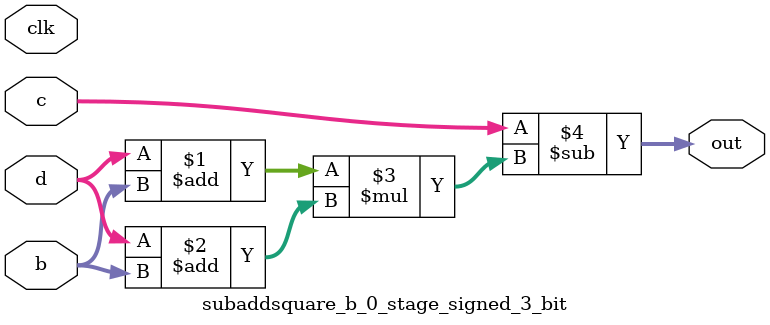
<source format=sv>
(* use_dsp = "yes" *) module subaddsquare_b_0_stage_signed_3_bit(
	input signed [2:0] b,
	input signed [2:0] c,
	input signed [2:0] d,
	output [2:0] out,
	input clk);

	assign out = c - ((d + b) * (d + b));
endmodule

</source>
